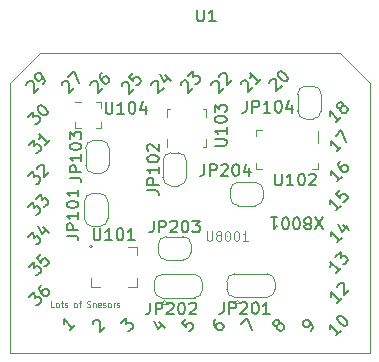
<source format=gbr>
%TF.GenerationSoftware,KiCad,Pcbnew,6.0.1*%
%TF.CreationDate,2022-02-10T21:42:36-06:00*%
%TF.ProjectId,SENSOR_SUITE,53454e53-4f52-45f5-9355-4954452e6b69,rev?*%
%TF.SameCoordinates,Original*%
%TF.FileFunction,Legend,Top*%
%TF.FilePolarity,Positive*%
%FSLAX46Y46*%
G04 Gerber Fmt 4.6, Leading zero omitted, Abs format (unit mm)*
G04 Created by KiCad (PCBNEW 6.0.1) date 2022-02-10 21:42:36*
%MOMM*%
%LPD*%
G01*
G04 APERTURE LIST*
%ADD10C,0.200000*%
%ADD11C,0.100000*%
%ADD12C,0.150000*%
%ADD13C,0.015000*%
%ADD14C,0.120000*%
G04 APERTURE END LIST*
D10*
X161625194Y-93414568D02*
X161221133Y-93818629D01*
X161423164Y-93616599D02*
X160716057Y-92909492D01*
X160749729Y-93077851D01*
X160749729Y-93212538D01*
X160716057Y-93313553D01*
X161254805Y-92505431D02*
X161254805Y-92438087D01*
X161288477Y-92337072D01*
X161456835Y-92168713D01*
X161557851Y-92135042D01*
X161625194Y-92135042D01*
X161726209Y-92168713D01*
X161793553Y-92236057D01*
X161860896Y-92370744D01*
X161860896Y-93178866D01*
X162298629Y-92741133D01*
X148451133Y-95154416D02*
X148114416Y-95491133D01*
X148417461Y-95861522D01*
X148417461Y-95794179D01*
X148451133Y-95693164D01*
X148619492Y-95524805D01*
X148720507Y-95491133D01*
X148787851Y-95491133D01*
X148888866Y-95524805D01*
X149057225Y-95693164D01*
X149090896Y-95794179D01*
X149090896Y-95861522D01*
X149057225Y-95962538D01*
X148888866Y-96130896D01*
X148787851Y-96164568D01*
X148720507Y-96164568D01*
X137931370Y-75388866D02*
X137931370Y-75321522D01*
X137965042Y-75220507D01*
X138133400Y-75052148D01*
X138234416Y-75018477D01*
X138301759Y-75018477D01*
X138402774Y-75052148D01*
X138470118Y-75119492D01*
X138537461Y-75254179D01*
X138537461Y-76062301D01*
X138975194Y-75624568D01*
X138503790Y-74681759D02*
X138975194Y-74210355D01*
X139379255Y-75220507D01*
X135140355Y-80465194D02*
X135578087Y-80027461D01*
X135611759Y-80532538D01*
X135712774Y-80431522D01*
X135813790Y-80397851D01*
X135881133Y-80397851D01*
X135982148Y-80431522D01*
X136150507Y-80599881D01*
X136184179Y-80700896D01*
X136184179Y-80768240D01*
X136150507Y-80869255D01*
X135948477Y-81071286D01*
X135847461Y-81104957D01*
X135780118Y-81104957D01*
X136958629Y-80061133D02*
X136554568Y-80465194D01*
X136756599Y-80263164D02*
X136049492Y-79556057D01*
X136083164Y-79724416D01*
X136083164Y-79859103D01*
X136049492Y-79960118D01*
X153101370Y-75328866D02*
X153101370Y-75261522D01*
X153135042Y-75160507D01*
X153303400Y-74992148D01*
X153404416Y-74958477D01*
X153471759Y-74958477D01*
X153572774Y-74992148D01*
X153640118Y-75059492D01*
X153707461Y-75194179D01*
X153707461Y-76002301D01*
X154145194Y-75564568D01*
X154818629Y-74891133D02*
X154414568Y-75295194D01*
X154616599Y-75093164D02*
X153909492Y-74386057D01*
X153943164Y-74554416D01*
X153943164Y-74689103D01*
X153909492Y-74790118D01*
X155501370Y-75228866D02*
X155501370Y-75161522D01*
X155535042Y-75060507D01*
X155703400Y-74892148D01*
X155804416Y-74858477D01*
X155871759Y-74858477D01*
X155972774Y-74892148D01*
X156040118Y-74959492D01*
X156107461Y-75094179D01*
X156107461Y-75902301D01*
X156545194Y-75464568D01*
X156275820Y-74319729D02*
X156343164Y-74252385D01*
X156444179Y-74218713D01*
X156511522Y-74218713D01*
X156612538Y-74252385D01*
X156780896Y-74353400D01*
X156949255Y-74521759D01*
X157050270Y-74690118D01*
X157083942Y-74791133D01*
X157083942Y-74858477D01*
X157050270Y-74959492D01*
X156982927Y-75026835D01*
X156881912Y-75060507D01*
X156814568Y-75060507D01*
X156713553Y-75026835D01*
X156545194Y-74925820D01*
X156376835Y-74757461D01*
X156275820Y-74589103D01*
X156242148Y-74488087D01*
X156242148Y-74420744D01*
X156275820Y-74319729D01*
X161555194Y-96164568D02*
X161151133Y-96568629D01*
X161353164Y-96366599D02*
X160646057Y-95659492D01*
X160679729Y-95827851D01*
X160679729Y-95962538D01*
X160646057Y-96063553D01*
X161285820Y-95019729D02*
X161353164Y-94952385D01*
X161454179Y-94918713D01*
X161521522Y-94918713D01*
X161622538Y-94952385D01*
X161790896Y-95053400D01*
X161959255Y-95221759D01*
X162060270Y-95390118D01*
X162093942Y-95491133D01*
X162093942Y-95558477D01*
X162060270Y-95659492D01*
X161992927Y-95726835D01*
X161891912Y-95760507D01*
X161824568Y-95760507D01*
X161723553Y-95726835D01*
X161555194Y-95625820D01*
X161386835Y-95457461D01*
X161285820Y-95289103D01*
X161252148Y-95188087D01*
X161252148Y-95120744D01*
X161285820Y-95019729D01*
X150611370Y-75378866D02*
X150611370Y-75311522D01*
X150645042Y-75210507D01*
X150813400Y-75042148D01*
X150914416Y-75008477D01*
X150981759Y-75008477D01*
X151082774Y-75042148D01*
X151150118Y-75109492D01*
X151217461Y-75244179D01*
X151217461Y-76052301D01*
X151655194Y-75614568D01*
X151284805Y-74705431D02*
X151284805Y-74638087D01*
X151318477Y-74537072D01*
X151486835Y-74368713D01*
X151587851Y-74335042D01*
X151655194Y-74335042D01*
X151756209Y-74368713D01*
X151823553Y-74436057D01*
X151890896Y-74570744D01*
X151890896Y-75378866D01*
X152328629Y-74941133D01*
X135080355Y-83115194D02*
X135518087Y-82677461D01*
X135551759Y-83182538D01*
X135652774Y-83081522D01*
X135753790Y-83047851D01*
X135821133Y-83047851D01*
X135922148Y-83081522D01*
X136090507Y-83249881D01*
X136124179Y-83350896D01*
X136124179Y-83418240D01*
X136090507Y-83519255D01*
X135888477Y-83721286D01*
X135787461Y-83754957D01*
X135720118Y-83754957D01*
X135854805Y-82475431D02*
X135854805Y-82408087D01*
X135888477Y-82307072D01*
X136056835Y-82138713D01*
X136157851Y-82105042D01*
X136225194Y-82105042D01*
X136326209Y-82138713D01*
X136393553Y-82206057D01*
X136460896Y-82340744D01*
X136460896Y-83148866D01*
X136898629Y-82711133D01*
X153147072Y-95598477D02*
X153618477Y-95127072D01*
X154022538Y-96137225D01*
X145521370Y-75388866D02*
X145521370Y-75321522D01*
X145555042Y-75220507D01*
X145723400Y-75052148D01*
X145824416Y-75018477D01*
X145891759Y-75018477D01*
X145992774Y-75052148D01*
X146060118Y-75119492D01*
X146127461Y-75254179D01*
X146127461Y-76062301D01*
X146565194Y-75624568D01*
X146699881Y-74547072D02*
X147171286Y-75018477D01*
X146262148Y-74446057D02*
X146598866Y-75119492D01*
X147036599Y-74681759D01*
X135130355Y-90785194D02*
X135568087Y-90347461D01*
X135601759Y-90852538D01*
X135702774Y-90751522D01*
X135803790Y-90717851D01*
X135871133Y-90717851D01*
X135972148Y-90751522D01*
X136140507Y-90919881D01*
X136174179Y-91020896D01*
X136174179Y-91088240D01*
X136140507Y-91189255D01*
X135938477Y-91391286D01*
X135837461Y-91424957D01*
X135770118Y-91424957D01*
X136207851Y-89707698D02*
X135871133Y-90044416D01*
X136174179Y-90414805D01*
X136174179Y-90347461D01*
X136207851Y-90246446D01*
X136376209Y-90078087D01*
X136477225Y-90044416D01*
X136544568Y-90044416D01*
X136645583Y-90078087D01*
X136813942Y-90246446D01*
X136847614Y-90347461D01*
X136847614Y-90414805D01*
X136813942Y-90515820D01*
X136645583Y-90684179D01*
X136544568Y-90717851D01*
X136477225Y-90717851D01*
X139021912Y-95707851D02*
X138617851Y-96111912D01*
X138819881Y-95909881D02*
X138112774Y-95202774D01*
X138146446Y-95371133D01*
X138146446Y-95505820D01*
X138112774Y-95606835D01*
X161565194Y-85584568D02*
X161161133Y-85988629D01*
X161363164Y-85786599D02*
X160656057Y-85079492D01*
X160689729Y-85247851D01*
X160689729Y-85382538D01*
X160656057Y-85483553D01*
X161497851Y-84237698D02*
X161161133Y-84574416D01*
X161464179Y-84944805D01*
X161464179Y-84877461D01*
X161497851Y-84776446D01*
X161666209Y-84608087D01*
X161767225Y-84574416D01*
X161834568Y-84574416D01*
X161935583Y-84608087D01*
X162103942Y-84776446D01*
X162137614Y-84877461D01*
X162137614Y-84944805D01*
X162103942Y-85045820D01*
X161935583Y-85214179D01*
X161834568Y-85247851D01*
X161767225Y-85247851D01*
X143001370Y-75468866D02*
X143001370Y-75401522D01*
X143035042Y-75300507D01*
X143203400Y-75132148D01*
X143304416Y-75098477D01*
X143371759Y-75098477D01*
X143472774Y-75132148D01*
X143540118Y-75199492D01*
X143607461Y-75334179D01*
X143607461Y-76142301D01*
X144045194Y-75704568D01*
X143977851Y-74357698D02*
X143641133Y-74694416D01*
X143944179Y-75064805D01*
X143944179Y-74997461D01*
X143977851Y-74896446D01*
X144146209Y-74728087D01*
X144247225Y-74694416D01*
X144314568Y-74694416D01*
X144415583Y-74728087D01*
X144583942Y-74896446D01*
X144617614Y-74997461D01*
X144617614Y-75064805D01*
X144583942Y-75165820D01*
X144415583Y-75334179D01*
X144314568Y-75367851D01*
X144247225Y-75367851D01*
X140548087Y-95602148D02*
X140548087Y-95534805D01*
X140581759Y-95433790D01*
X140750118Y-95265431D01*
X140851133Y-95231759D01*
X140918477Y-95231759D01*
X141019492Y-95265431D01*
X141086835Y-95332774D01*
X141154179Y-95467461D01*
X141154179Y-96275583D01*
X141591912Y-95837851D01*
X146173164Y-95473790D02*
X146644568Y-95945194D01*
X145735431Y-95372774D02*
X146072148Y-96046209D01*
X146509881Y-95608477D01*
X134941370Y-75398866D02*
X134941370Y-75331522D01*
X134975042Y-75230507D01*
X135143400Y-75062148D01*
X135244416Y-75028477D01*
X135311759Y-75028477D01*
X135412774Y-75062148D01*
X135480118Y-75129492D01*
X135547461Y-75264179D01*
X135547461Y-76072301D01*
X135985194Y-75634568D01*
X136321912Y-75297851D02*
X136456599Y-75163164D01*
X136490270Y-75062148D01*
X136490270Y-74994805D01*
X136456599Y-74826446D01*
X136355583Y-74658087D01*
X136086209Y-74388713D01*
X135985194Y-74355042D01*
X135917851Y-74355042D01*
X135816835Y-74388713D01*
X135682148Y-74523400D01*
X135648477Y-74624416D01*
X135648477Y-74691759D01*
X135682148Y-74792774D01*
X135850507Y-74961133D01*
X135951522Y-74994805D01*
X136018866Y-74994805D01*
X136119881Y-74961133D01*
X136254568Y-74826446D01*
X136288240Y-74725431D01*
X136288240Y-74658087D01*
X136254568Y-74557072D01*
X135080355Y-88235194D02*
X135518087Y-87797461D01*
X135551759Y-88302538D01*
X135652774Y-88201522D01*
X135753790Y-88167851D01*
X135821133Y-88167851D01*
X135922148Y-88201522D01*
X136090507Y-88369881D01*
X136124179Y-88470896D01*
X136124179Y-88538240D01*
X136090507Y-88639255D01*
X135888477Y-88841286D01*
X135787461Y-88874957D01*
X135720118Y-88874957D01*
X136359881Y-87427072D02*
X136831286Y-87898477D01*
X135922148Y-87326057D02*
X136258866Y-87999492D01*
X136696599Y-87561759D01*
X135080355Y-85715194D02*
X135518087Y-85277461D01*
X135551759Y-85782538D01*
X135652774Y-85681522D01*
X135753790Y-85647851D01*
X135821133Y-85647851D01*
X135922148Y-85681522D01*
X136090507Y-85849881D01*
X136124179Y-85950896D01*
X136124179Y-86018240D01*
X136090507Y-86119255D01*
X135888477Y-86321286D01*
X135787461Y-86354957D01*
X135720118Y-86354957D01*
X135753790Y-85041759D02*
X136191522Y-84604026D01*
X136225194Y-85109103D01*
X136326209Y-85008087D01*
X136427225Y-84974416D01*
X136494568Y-84974416D01*
X136595583Y-85008087D01*
X136763942Y-85176446D01*
X136797614Y-85277461D01*
X136797614Y-85344805D01*
X136763942Y-85445820D01*
X136561912Y-85647851D01*
X136460896Y-85681522D01*
X136393553Y-85681522D01*
X150967461Y-95208087D02*
X150832774Y-95342774D01*
X150799103Y-95443790D01*
X150799103Y-95511133D01*
X150832774Y-95679492D01*
X150933790Y-95847851D01*
X151203164Y-96117225D01*
X151304179Y-96150896D01*
X151371522Y-96150896D01*
X151472538Y-96117225D01*
X151607225Y-95982538D01*
X151640896Y-95881522D01*
X151640896Y-95814179D01*
X151607225Y-95713164D01*
X151438866Y-95544805D01*
X151337851Y-95511133D01*
X151270507Y-95511133D01*
X151169492Y-95544805D01*
X151034805Y-95679492D01*
X151001133Y-95780507D01*
X151001133Y-95847851D01*
X151034805Y-95948866D01*
X161575194Y-90854568D02*
X161171133Y-91258629D01*
X161373164Y-91056599D02*
X160666057Y-90349492D01*
X160699729Y-90517851D01*
X160699729Y-90652538D01*
X160666057Y-90753553D01*
X161103790Y-89911759D02*
X161541522Y-89474026D01*
X161575194Y-89979103D01*
X161676209Y-89878087D01*
X161777225Y-89844416D01*
X161844568Y-89844416D01*
X161945583Y-89878087D01*
X162113942Y-90046446D01*
X162147614Y-90147461D01*
X162147614Y-90214805D01*
X162113942Y-90315820D01*
X161911912Y-90517851D01*
X161810896Y-90551522D01*
X161743553Y-90551522D01*
X161635194Y-88294568D02*
X161231133Y-88698629D01*
X161433164Y-88496599D02*
X160726057Y-87789492D01*
X160759729Y-87957851D01*
X160759729Y-88092538D01*
X160726057Y-88193553D01*
X161769881Y-87217072D02*
X162241286Y-87688477D01*
X161332148Y-87116057D02*
X161668866Y-87789492D01*
X162106599Y-87351759D01*
X161605194Y-80594568D02*
X161201133Y-80998629D01*
X161403164Y-80796599D02*
X160696057Y-80089492D01*
X160729729Y-80257851D01*
X160729729Y-80392538D01*
X160696057Y-80493553D01*
X161133790Y-79651759D02*
X161605194Y-79180355D01*
X162009255Y-80190507D01*
X159015194Y-96174568D02*
X159149881Y-96039881D01*
X159183553Y-95938866D01*
X159183553Y-95871522D01*
X159149881Y-95703164D01*
X159048866Y-95534805D01*
X158779492Y-95265431D01*
X158678477Y-95231759D01*
X158611133Y-95231759D01*
X158510118Y-95265431D01*
X158375431Y-95400118D01*
X158341759Y-95501133D01*
X158341759Y-95568477D01*
X158375431Y-95669492D01*
X158543790Y-95837851D01*
X158644805Y-95871522D01*
X158712148Y-95871522D01*
X158813164Y-95837851D01*
X158947851Y-95703164D01*
X158981522Y-95602148D01*
X158981522Y-95534805D01*
X158947851Y-95433790D01*
X142927072Y-95548477D02*
X143364805Y-95110744D01*
X143398477Y-95615820D01*
X143499492Y-95514805D01*
X143600507Y-95481133D01*
X143667851Y-95481133D01*
X143768866Y-95514805D01*
X143937225Y-95683164D01*
X143970896Y-95784179D01*
X143970896Y-95851522D01*
X143937225Y-95952538D01*
X143735194Y-96154568D01*
X143634179Y-96188240D01*
X143566835Y-96188240D01*
X135160355Y-93355194D02*
X135598087Y-92917461D01*
X135631759Y-93422538D01*
X135732774Y-93321522D01*
X135833790Y-93287851D01*
X135901133Y-93287851D01*
X136002148Y-93321522D01*
X136170507Y-93489881D01*
X136204179Y-93590896D01*
X136204179Y-93658240D01*
X136170507Y-93759255D01*
X135968477Y-93961286D01*
X135867461Y-93994957D01*
X135800118Y-93994957D01*
X136204179Y-92311370D02*
X136069492Y-92446057D01*
X136035820Y-92547072D01*
X136035820Y-92614416D01*
X136069492Y-92782774D01*
X136170507Y-92951133D01*
X136439881Y-93220507D01*
X136540896Y-93254179D01*
X136608240Y-93254179D01*
X136709255Y-93220507D01*
X136843942Y-93085820D01*
X136877614Y-92984805D01*
X136877614Y-92917461D01*
X136843942Y-92816446D01*
X136675583Y-92648087D01*
X136574568Y-92614416D01*
X136507225Y-92614416D01*
X136406209Y-92648087D01*
X136271522Y-92782774D01*
X136237851Y-92883790D01*
X136237851Y-92951133D01*
X136271522Y-93052148D01*
X161625194Y-83124568D02*
X161221133Y-83528629D01*
X161423164Y-83326599D02*
X160716057Y-82619492D01*
X160749729Y-82787851D01*
X160749729Y-82922538D01*
X160716057Y-83023553D01*
X161524179Y-81811370D02*
X161389492Y-81946057D01*
X161355820Y-82047072D01*
X161355820Y-82114416D01*
X161389492Y-82282774D01*
X161490507Y-82451133D01*
X161759881Y-82720507D01*
X161860896Y-82754179D01*
X161928240Y-82754179D01*
X162029255Y-82720507D01*
X162163942Y-82585820D01*
X162197614Y-82484805D01*
X162197614Y-82417461D01*
X162163942Y-82316446D01*
X161995583Y-82148087D01*
X161894568Y-82114416D01*
X161827225Y-82114416D01*
X161726209Y-82148087D01*
X161591522Y-82282774D01*
X161557851Y-82383790D01*
X161557851Y-82451133D01*
X161591522Y-82552148D01*
X140361370Y-75408866D02*
X140361370Y-75341522D01*
X140395042Y-75240507D01*
X140563400Y-75072148D01*
X140664416Y-75038477D01*
X140731759Y-75038477D01*
X140832774Y-75072148D01*
X140900118Y-75139492D01*
X140967461Y-75274179D01*
X140967461Y-76082301D01*
X141405194Y-75644568D01*
X141304179Y-74331370D02*
X141169492Y-74466057D01*
X141135820Y-74567072D01*
X141135820Y-74634416D01*
X141169492Y-74802774D01*
X141270507Y-74971133D01*
X141539881Y-75240507D01*
X141640896Y-75274179D01*
X141708240Y-75274179D01*
X141809255Y-75240507D01*
X141943942Y-75105820D01*
X141977614Y-75004805D01*
X141977614Y-74937461D01*
X141943942Y-74836446D01*
X141775583Y-74668087D01*
X141674568Y-74634416D01*
X141607225Y-74634416D01*
X141506209Y-74668087D01*
X141371522Y-74802774D01*
X141337851Y-74903790D01*
X141337851Y-74971133D01*
X141371522Y-75072148D01*
X135060355Y-78055194D02*
X135498087Y-77617461D01*
X135531759Y-78122538D01*
X135632774Y-78021522D01*
X135733790Y-77987851D01*
X135801133Y-77987851D01*
X135902148Y-78021522D01*
X136070507Y-78189881D01*
X136104179Y-78290896D01*
X136104179Y-78358240D01*
X136070507Y-78459255D01*
X135868477Y-78661286D01*
X135767461Y-78694957D01*
X135700118Y-78694957D01*
X135935820Y-77179729D02*
X136003164Y-77112385D01*
X136104179Y-77078713D01*
X136171522Y-77078713D01*
X136272538Y-77112385D01*
X136440896Y-77213400D01*
X136609255Y-77381759D01*
X136710270Y-77550118D01*
X136743942Y-77651133D01*
X136743942Y-77718477D01*
X136710270Y-77819492D01*
X136642927Y-77886835D01*
X136541912Y-77920507D01*
X136474568Y-77920507D01*
X136373553Y-77886835D01*
X136205194Y-77785820D01*
X136036835Y-77617461D01*
X135935820Y-77449103D01*
X135902148Y-77348087D01*
X135902148Y-77280744D01*
X135935820Y-77179729D01*
D11*
X137299047Y-94176190D02*
X137060952Y-94176190D01*
X137060952Y-93676190D01*
X137537142Y-94176190D02*
X137489523Y-94152380D01*
X137465714Y-94128571D01*
X137441904Y-94080952D01*
X137441904Y-93938095D01*
X137465714Y-93890476D01*
X137489523Y-93866666D01*
X137537142Y-93842857D01*
X137608571Y-93842857D01*
X137656190Y-93866666D01*
X137680000Y-93890476D01*
X137703809Y-93938095D01*
X137703809Y-94080952D01*
X137680000Y-94128571D01*
X137656190Y-94152380D01*
X137608571Y-94176190D01*
X137537142Y-94176190D01*
X137846666Y-93842857D02*
X138037142Y-93842857D01*
X137918095Y-93676190D02*
X137918095Y-94104761D01*
X137941904Y-94152380D01*
X137989523Y-94176190D01*
X138037142Y-94176190D01*
X138180000Y-94152380D02*
X138227619Y-94176190D01*
X138322857Y-94176190D01*
X138370476Y-94152380D01*
X138394285Y-94104761D01*
X138394285Y-94080952D01*
X138370476Y-94033333D01*
X138322857Y-94009523D01*
X138251428Y-94009523D01*
X138203809Y-93985714D01*
X138180000Y-93938095D01*
X138180000Y-93914285D01*
X138203809Y-93866666D01*
X138251428Y-93842857D01*
X138322857Y-93842857D01*
X138370476Y-93866666D01*
X139060952Y-94176190D02*
X139013333Y-94152380D01*
X138989523Y-94128571D01*
X138965714Y-94080952D01*
X138965714Y-93938095D01*
X138989523Y-93890476D01*
X139013333Y-93866666D01*
X139060952Y-93842857D01*
X139132380Y-93842857D01*
X139180000Y-93866666D01*
X139203809Y-93890476D01*
X139227619Y-93938095D01*
X139227619Y-94080952D01*
X139203809Y-94128571D01*
X139180000Y-94152380D01*
X139132380Y-94176190D01*
X139060952Y-94176190D01*
X139370476Y-93842857D02*
X139560952Y-93842857D01*
X139441904Y-94176190D02*
X139441904Y-93747619D01*
X139465714Y-93700000D01*
X139513333Y-93676190D01*
X139560952Y-93676190D01*
X140084761Y-94152380D02*
X140156190Y-94176190D01*
X140275238Y-94176190D01*
X140322857Y-94152380D01*
X140346666Y-94128571D01*
X140370476Y-94080952D01*
X140370476Y-94033333D01*
X140346666Y-93985714D01*
X140322857Y-93961904D01*
X140275238Y-93938095D01*
X140180000Y-93914285D01*
X140132380Y-93890476D01*
X140108571Y-93866666D01*
X140084761Y-93819047D01*
X140084761Y-93771428D01*
X140108571Y-93723809D01*
X140132380Y-93700000D01*
X140180000Y-93676190D01*
X140299047Y-93676190D01*
X140370476Y-93700000D01*
X140584761Y-93842857D02*
X140584761Y-94176190D01*
X140584761Y-93890476D02*
X140608571Y-93866666D01*
X140656190Y-93842857D01*
X140727619Y-93842857D01*
X140775238Y-93866666D01*
X140799047Y-93914285D01*
X140799047Y-94176190D01*
X141227619Y-94152380D02*
X141180000Y-94176190D01*
X141084761Y-94176190D01*
X141037142Y-94152380D01*
X141013333Y-94104761D01*
X141013333Y-93914285D01*
X141037142Y-93866666D01*
X141084761Y-93842857D01*
X141180000Y-93842857D01*
X141227619Y-93866666D01*
X141251428Y-93914285D01*
X141251428Y-93961904D01*
X141013333Y-94009523D01*
X141441904Y-94152380D02*
X141489523Y-94176190D01*
X141584761Y-94176190D01*
X141632380Y-94152380D01*
X141656190Y-94104761D01*
X141656190Y-94080952D01*
X141632380Y-94033333D01*
X141584761Y-94009523D01*
X141513333Y-94009523D01*
X141465714Y-93985714D01*
X141441904Y-93938095D01*
X141441904Y-93914285D01*
X141465714Y-93866666D01*
X141513333Y-93842857D01*
X141584761Y-93842857D01*
X141632380Y-93866666D01*
X141941904Y-94176190D02*
X141894285Y-94152380D01*
X141870476Y-94128571D01*
X141846666Y-94080952D01*
X141846666Y-93938095D01*
X141870476Y-93890476D01*
X141894285Y-93866666D01*
X141941904Y-93842857D01*
X142013333Y-93842857D01*
X142060952Y-93866666D01*
X142084761Y-93890476D01*
X142108571Y-93938095D01*
X142108571Y-94080952D01*
X142084761Y-94128571D01*
X142060952Y-94152380D01*
X142013333Y-94176190D01*
X141941904Y-94176190D01*
X142322857Y-94176190D02*
X142322857Y-93842857D01*
X142322857Y-93938095D02*
X142346666Y-93890476D01*
X142370476Y-93866666D01*
X142418095Y-93842857D01*
X142465714Y-93842857D01*
X142608571Y-94152380D02*
X142656190Y-94176190D01*
X142751428Y-94176190D01*
X142799047Y-94152380D01*
X142822857Y-94104761D01*
X142822857Y-94080952D01*
X142799047Y-94033333D01*
X142751428Y-94009523D01*
X142680000Y-94009523D01*
X142632380Y-93985714D01*
X142608571Y-93938095D01*
X142608571Y-93914285D01*
X142632380Y-93866666D01*
X142680000Y-93842857D01*
X142751428Y-93842857D01*
X142799047Y-93866666D01*
D10*
X156178477Y-95733164D02*
X156077461Y-95766835D01*
X156010118Y-95766835D01*
X155909103Y-95733164D01*
X155875431Y-95699492D01*
X155841759Y-95598477D01*
X155841759Y-95531133D01*
X155875431Y-95430118D01*
X156010118Y-95295431D01*
X156111133Y-95261759D01*
X156178477Y-95261759D01*
X156279492Y-95295431D01*
X156313164Y-95329103D01*
X156346835Y-95430118D01*
X156346835Y-95497461D01*
X156313164Y-95598477D01*
X156178477Y-95733164D01*
X156144805Y-95834179D01*
X156144805Y-95901522D01*
X156178477Y-96002538D01*
X156313164Y-96137225D01*
X156414179Y-96170896D01*
X156481522Y-96170896D01*
X156582538Y-96137225D01*
X156717225Y-96002538D01*
X156750896Y-95901522D01*
X156750896Y-95834179D01*
X156717225Y-95733164D01*
X156582538Y-95598477D01*
X156481522Y-95564805D01*
X156414179Y-95564805D01*
X156313164Y-95598477D01*
X148041370Y-75348866D02*
X148041370Y-75281522D01*
X148075042Y-75180507D01*
X148243400Y-75012148D01*
X148344416Y-74978477D01*
X148411759Y-74978477D01*
X148512774Y-75012148D01*
X148580118Y-75079492D01*
X148647461Y-75214179D01*
X148647461Y-76022301D01*
X149085194Y-75584568D01*
X148613790Y-74641759D02*
X149051522Y-74204026D01*
X149085194Y-74709103D01*
X149186209Y-74608087D01*
X149287225Y-74574416D01*
X149354568Y-74574416D01*
X149455583Y-74608087D01*
X149623942Y-74776446D01*
X149657614Y-74877461D01*
X149657614Y-74944805D01*
X149623942Y-75045820D01*
X149421912Y-75247851D01*
X149320896Y-75281522D01*
X149253553Y-75281522D01*
X161565194Y-78114568D02*
X161161133Y-78518629D01*
X161363164Y-78316599D02*
X160656057Y-77609492D01*
X160689729Y-77777851D01*
X160689729Y-77912538D01*
X160656057Y-78013553D01*
X161565194Y-77306446D02*
X161464179Y-77340118D01*
X161396835Y-77340118D01*
X161295820Y-77306446D01*
X161262148Y-77272774D01*
X161228477Y-77171759D01*
X161228477Y-77104416D01*
X161262148Y-77003400D01*
X161396835Y-76868713D01*
X161497851Y-76835042D01*
X161565194Y-76835042D01*
X161666209Y-76868713D01*
X161699881Y-76902385D01*
X161733553Y-77003400D01*
X161733553Y-77070744D01*
X161699881Y-77171759D01*
X161565194Y-77306446D01*
X161531522Y-77407461D01*
X161531522Y-77474805D01*
X161565194Y-77575820D01*
X161699881Y-77710507D01*
X161800896Y-77744179D01*
X161868240Y-77744179D01*
X161969255Y-77710507D01*
X162103942Y-77575820D01*
X162137614Y-77474805D01*
X162137614Y-77407461D01*
X162103942Y-77306446D01*
X161969255Y-77171759D01*
X161868240Y-77138087D01*
X161800896Y-77138087D01*
X161699881Y-77171759D01*
D12*
%TO.C,JP102*%
X145152380Y-84285714D02*
X145866666Y-84285714D01*
X146009523Y-84333333D01*
X146104761Y-84428571D01*
X146152380Y-84571428D01*
X146152380Y-84666666D01*
X146152380Y-83809523D02*
X145152380Y-83809523D01*
X145152380Y-83428571D01*
X145200000Y-83333333D01*
X145247619Y-83285714D01*
X145342857Y-83238095D01*
X145485714Y-83238095D01*
X145580952Y-83285714D01*
X145628571Y-83333333D01*
X145676190Y-83428571D01*
X145676190Y-83809523D01*
X146152380Y-82285714D02*
X146152380Y-82857142D01*
X146152380Y-82571428D02*
X145152380Y-82571428D01*
X145295238Y-82666666D01*
X145390476Y-82761904D01*
X145438095Y-82857142D01*
X145152380Y-81666666D02*
X145152380Y-81571428D01*
X145200000Y-81476190D01*
X145247619Y-81428571D01*
X145342857Y-81380952D01*
X145533333Y-81333333D01*
X145771428Y-81333333D01*
X145961904Y-81380952D01*
X146057142Y-81428571D01*
X146104761Y-81476190D01*
X146152380Y-81571428D01*
X146152380Y-81666666D01*
X146104761Y-81761904D01*
X146057142Y-81809523D01*
X145961904Y-81857142D01*
X145771428Y-81904761D01*
X145533333Y-81904761D01*
X145342857Y-81857142D01*
X145247619Y-81809523D01*
X145200000Y-81761904D01*
X145152380Y-81666666D01*
X145247619Y-80952380D02*
X145200000Y-80904761D01*
X145152380Y-80809523D01*
X145152380Y-80571428D01*
X145200000Y-80476190D01*
X145247619Y-80428571D01*
X145342857Y-80380952D01*
X145438095Y-80380952D01*
X145580952Y-80428571D01*
X146152380Y-81000000D01*
X146152380Y-80380952D01*
%TO.C,U101*%
X140635714Y-87502380D02*
X140635714Y-88311904D01*
X140683333Y-88407142D01*
X140730952Y-88454761D01*
X140826190Y-88502380D01*
X141016666Y-88502380D01*
X141111904Y-88454761D01*
X141159523Y-88407142D01*
X141207142Y-88311904D01*
X141207142Y-87502380D01*
X142207142Y-88502380D02*
X141635714Y-88502380D01*
X141921428Y-88502380D02*
X141921428Y-87502380D01*
X141826190Y-87645238D01*
X141730952Y-87740476D01*
X141635714Y-87788095D01*
X142826190Y-87502380D02*
X142921428Y-87502380D01*
X143016666Y-87550000D01*
X143064285Y-87597619D01*
X143111904Y-87692857D01*
X143159523Y-87883333D01*
X143159523Y-88121428D01*
X143111904Y-88311904D01*
X143064285Y-88407142D01*
X143016666Y-88454761D01*
X142921428Y-88502380D01*
X142826190Y-88502380D01*
X142730952Y-88454761D01*
X142683333Y-88407142D01*
X142635714Y-88311904D01*
X142588095Y-88121428D01*
X142588095Y-87883333D01*
X142635714Y-87692857D01*
X142683333Y-87597619D01*
X142730952Y-87550000D01*
X142826190Y-87502380D01*
X144111904Y-88502380D02*
X143540476Y-88502380D01*
X143826190Y-88502380D02*
X143826190Y-87502380D01*
X143730952Y-87645238D01*
X143635714Y-87740476D01*
X143540476Y-87788095D01*
%TO.C,JP104*%
X153604285Y-76702380D02*
X153604285Y-77416666D01*
X153556666Y-77559523D01*
X153461428Y-77654761D01*
X153318571Y-77702380D01*
X153223333Y-77702380D01*
X154080476Y-77702380D02*
X154080476Y-76702380D01*
X154461428Y-76702380D01*
X154556666Y-76750000D01*
X154604285Y-76797619D01*
X154651904Y-76892857D01*
X154651904Y-77035714D01*
X154604285Y-77130952D01*
X154556666Y-77178571D01*
X154461428Y-77226190D01*
X154080476Y-77226190D01*
X155604285Y-77702380D02*
X155032857Y-77702380D01*
X155318571Y-77702380D02*
X155318571Y-76702380D01*
X155223333Y-76845238D01*
X155128095Y-76940476D01*
X155032857Y-76988095D01*
X156223333Y-76702380D02*
X156318571Y-76702380D01*
X156413809Y-76750000D01*
X156461428Y-76797619D01*
X156509047Y-76892857D01*
X156556666Y-77083333D01*
X156556666Y-77321428D01*
X156509047Y-77511904D01*
X156461428Y-77607142D01*
X156413809Y-77654761D01*
X156318571Y-77702380D01*
X156223333Y-77702380D01*
X156128095Y-77654761D01*
X156080476Y-77607142D01*
X156032857Y-77511904D01*
X155985238Y-77321428D01*
X155985238Y-77083333D01*
X156032857Y-76892857D01*
X156080476Y-76797619D01*
X156128095Y-76750000D01*
X156223333Y-76702380D01*
X157413809Y-77035714D02*
X157413809Y-77702380D01*
X157175714Y-76654761D02*
X156937619Y-77369047D01*
X157556666Y-77369047D01*
%TO.C,JP101*%
X138342380Y-88145714D02*
X139056666Y-88145714D01*
X139199523Y-88193333D01*
X139294761Y-88288571D01*
X139342380Y-88431428D01*
X139342380Y-88526666D01*
X139342380Y-87669523D02*
X138342380Y-87669523D01*
X138342380Y-87288571D01*
X138390000Y-87193333D01*
X138437619Y-87145714D01*
X138532857Y-87098095D01*
X138675714Y-87098095D01*
X138770952Y-87145714D01*
X138818571Y-87193333D01*
X138866190Y-87288571D01*
X138866190Y-87669523D01*
X139342380Y-86145714D02*
X139342380Y-86717142D01*
X139342380Y-86431428D02*
X138342380Y-86431428D01*
X138485238Y-86526666D01*
X138580476Y-86621904D01*
X138628095Y-86717142D01*
X138342380Y-85526666D02*
X138342380Y-85431428D01*
X138390000Y-85336190D01*
X138437619Y-85288571D01*
X138532857Y-85240952D01*
X138723333Y-85193333D01*
X138961428Y-85193333D01*
X139151904Y-85240952D01*
X139247142Y-85288571D01*
X139294761Y-85336190D01*
X139342380Y-85431428D01*
X139342380Y-85526666D01*
X139294761Y-85621904D01*
X139247142Y-85669523D01*
X139151904Y-85717142D01*
X138961428Y-85764761D01*
X138723333Y-85764761D01*
X138532857Y-85717142D01*
X138437619Y-85669523D01*
X138390000Y-85621904D01*
X138342380Y-85526666D01*
X139342380Y-84240952D02*
X139342380Y-84812380D01*
X139342380Y-84526666D02*
X138342380Y-84526666D01*
X138485238Y-84621904D01*
X138580476Y-84717142D01*
X138628095Y-84812380D01*
%TO.C,U102*%
X155985714Y-82872380D02*
X155985714Y-83681904D01*
X156033333Y-83777142D01*
X156080952Y-83824761D01*
X156176190Y-83872380D01*
X156366666Y-83872380D01*
X156461904Y-83824761D01*
X156509523Y-83777142D01*
X156557142Y-83681904D01*
X156557142Y-82872380D01*
X157557142Y-83872380D02*
X156985714Y-83872380D01*
X157271428Y-83872380D02*
X157271428Y-82872380D01*
X157176190Y-83015238D01*
X157080952Y-83110476D01*
X156985714Y-83158095D01*
X158176190Y-82872380D02*
X158271428Y-82872380D01*
X158366666Y-82920000D01*
X158414285Y-82967619D01*
X158461904Y-83062857D01*
X158509523Y-83253333D01*
X158509523Y-83491428D01*
X158461904Y-83681904D01*
X158414285Y-83777142D01*
X158366666Y-83824761D01*
X158271428Y-83872380D01*
X158176190Y-83872380D01*
X158080952Y-83824761D01*
X158033333Y-83777142D01*
X157985714Y-83681904D01*
X157938095Y-83491428D01*
X157938095Y-83253333D01*
X157985714Y-83062857D01*
X158033333Y-82967619D01*
X158080952Y-82920000D01*
X158176190Y-82872380D01*
X158890476Y-82967619D02*
X158938095Y-82920000D01*
X159033333Y-82872380D01*
X159271428Y-82872380D01*
X159366666Y-82920000D01*
X159414285Y-82967619D01*
X159461904Y-83062857D01*
X159461904Y-83158095D01*
X159414285Y-83300952D01*
X158842857Y-83872380D01*
X159461904Y-83872380D01*
%TO.C,U1*%
X149393095Y-68987380D02*
X149393095Y-69796904D01*
X149440714Y-69892142D01*
X149488333Y-69939761D01*
X149583571Y-69987380D01*
X149774047Y-69987380D01*
X149869285Y-69939761D01*
X149916904Y-69892142D01*
X149964523Y-69796904D01*
X149964523Y-68987380D01*
X150964523Y-69987380D02*
X150393095Y-69987380D01*
X150678809Y-69987380D02*
X150678809Y-68987380D01*
X150583571Y-69130238D01*
X150488333Y-69225476D01*
X150393095Y-69273095D01*
%TO.C,U103*%
X150892380Y-80514285D02*
X151701904Y-80514285D01*
X151797142Y-80466666D01*
X151844761Y-80419047D01*
X151892380Y-80323809D01*
X151892380Y-80133333D01*
X151844761Y-80038095D01*
X151797142Y-79990476D01*
X151701904Y-79942857D01*
X150892380Y-79942857D01*
X151892380Y-78942857D02*
X151892380Y-79514285D01*
X151892380Y-79228571D02*
X150892380Y-79228571D01*
X151035238Y-79323809D01*
X151130476Y-79419047D01*
X151178095Y-79514285D01*
X150892380Y-78323809D02*
X150892380Y-78228571D01*
X150940000Y-78133333D01*
X150987619Y-78085714D01*
X151082857Y-78038095D01*
X151273333Y-77990476D01*
X151511428Y-77990476D01*
X151701904Y-78038095D01*
X151797142Y-78085714D01*
X151844761Y-78133333D01*
X151892380Y-78228571D01*
X151892380Y-78323809D01*
X151844761Y-78419047D01*
X151797142Y-78466666D01*
X151701904Y-78514285D01*
X151511428Y-78561904D01*
X151273333Y-78561904D01*
X151082857Y-78514285D01*
X150987619Y-78466666D01*
X150940000Y-78419047D01*
X150892380Y-78323809D01*
X150892380Y-77657142D02*
X150892380Y-77038095D01*
X151273333Y-77371428D01*
X151273333Y-77228571D01*
X151320952Y-77133333D01*
X151368571Y-77085714D01*
X151463809Y-77038095D01*
X151701904Y-77038095D01*
X151797142Y-77085714D01*
X151844761Y-77133333D01*
X151892380Y-77228571D01*
X151892380Y-77514285D01*
X151844761Y-77609523D01*
X151797142Y-77657142D01*
%TO.C,JP103*%
X138602380Y-83235714D02*
X139316666Y-83235714D01*
X139459523Y-83283333D01*
X139554761Y-83378571D01*
X139602380Y-83521428D01*
X139602380Y-83616666D01*
X139602380Y-82759523D02*
X138602380Y-82759523D01*
X138602380Y-82378571D01*
X138650000Y-82283333D01*
X138697619Y-82235714D01*
X138792857Y-82188095D01*
X138935714Y-82188095D01*
X139030952Y-82235714D01*
X139078571Y-82283333D01*
X139126190Y-82378571D01*
X139126190Y-82759523D01*
X139602380Y-81235714D02*
X139602380Y-81807142D01*
X139602380Y-81521428D02*
X138602380Y-81521428D01*
X138745238Y-81616666D01*
X138840476Y-81711904D01*
X138888095Y-81807142D01*
X138602380Y-80616666D02*
X138602380Y-80521428D01*
X138650000Y-80426190D01*
X138697619Y-80378571D01*
X138792857Y-80330952D01*
X138983333Y-80283333D01*
X139221428Y-80283333D01*
X139411904Y-80330952D01*
X139507142Y-80378571D01*
X139554761Y-80426190D01*
X139602380Y-80521428D01*
X139602380Y-80616666D01*
X139554761Y-80711904D01*
X139507142Y-80759523D01*
X139411904Y-80807142D01*
X139221428Y-80854761D01*
X138983333Y-80854761D01*
X138792857Y-80807142D01*
X138697619Y-80759523D01*
X138650000Y-80711904D01*
X138602380Y-80616666D01*
X138602380Y-79950000D02*
X138602380Y-79330952D01*
X138983333Y-79664285D01*
X138983333Y-79521428D01*
X139030952Y-79426190D01*
X139078571Y-79378571D01*
X139173809Y-79330952D01*
X139411904Y-79330952D01*
X139507142Y-79378571D01*
X139554761Y-79426190D01*
X139602380Y-79521428D01*
X139602380Y-79807142D01*
X139554761Y-79902380D01*
X139507142Y-79950000D01*
%TO.C,JP203*%
X145714285Y-86852380D02*
X145714285Y-87566666D01*
X145666666Y-87709523D01*
X145571428Y-87804761D01*
X145428571Y-87852380D01*
X145333333Y-87852380D01*
X146190476Y-87852380D02*
X146190476Y-86852380D01*
X146571428Y-86852380D01*
X146666666Y-86900000D01*
X146714285Y-86947619D01*
X146761904Y-87042857D01*
X146761904Y-87185714D01*
X146714285Y-87280952D01*
X146666666Y-87328571D01*
X146571428Y-87376190D01*
X146190476Y-87376190D01*
X147142857Y-86947619D02*
X147190476Y-86900000D01*
X147285714Y-86852380D01*
X147523809Y-86852380D01*
X147619047Y-86900000D01*
X147666666Y-86947619D01*
X147714285Y-87042857D01*
X147714285Y-87138095D01*
X147666666Y-87280952D01*
X147095238Y-87852380D01*
X147714285Y-87852380D01*
X148333333Y-86852380D02*
X148428571Y-86852380D01*
X148523809Y-86900000D01*
X148571428Y-86947619D01*
X148619047Y-87042857D01*
X148666666Y-87233333D01*
X148666666Y-87471428D01*
X148619047Y-87661904D01*
X148571428Y-87757142D01*
X148523809Y-87804761D01*
X148428571Y-87852380D01*
X148333333Y-87852380D01*
X148238095Y-87804761D01*
X148190476Y-87757142D01*
X148142857Y-87661904D01*
X148095238Y-87471428D01*
X148095238Y-87233333D01*
X148142857Y-87042857D01*
X148190476Y-86947619D01*
X148238095Y-86900000D01*
X148333333Y-86852380D01*
X149000000Y-86852380D02*
X149619047Y-86852380D01*
X149285714Y-87233333D01*
X149428571Y-87233333D01*
X149523809Y-87280952D01*
X149571428Y-87328571D01*
X149619047Y-87423809D01*
X149619047Y-87661904D01*
X149571428Y-87757142D01*
X149523809Y-87804761D01*
X149428571Y-87852380D01*
X149142857Y-87852380D01*
X149047619Y-87804761D01*
X149000000Y-87757142D01*
%TO.C,JP204*%
X150004285Y-82072380D02*
X150004285Y-82786666D01*
X149956666Y-82929523D01*
X149861428Y-83024761D01*
X149718571Y-83072380D01*
X149623333Y-83072380D01*
X150480476Y-83072380D02*
X150480476Y-82072380D01*
X150861428Y-82072380D01*
X150956666Y-82120000D01*
X151004285Y-82167619D01*
X151051904Y-82262857D01*
X151051904Y-82405714D01*
X151004285Y-82500952D01*
X150956666Y-82548571D01*
X150861428Y-82596190D01*
X150480476Y-82596190D01*
X151432857Y-82167619D02*
X151480476Y-82120000D01*
X151575714Y-82072380D01*
X151813809Y-82072380D01*
X151909047Y-82120000D01*
X151956666Y-82167619D01*
X152004285Y-82262857D01*
X152004285Y-82358095D01*
X151956666Y-82500952D01*
X151385238Y-83072380D01*
X152004285Y-83072380D01*
X152623333Y-82072380D02*
X152718571Y-82072380D01*
X152813809Y-82120000D01*
X152861428Y-82167619D01*
X152909047Y-82262857D01*
X152956666Y-82453333D01*
X152956666Y-82691428D01*
X152909047Y-82881904D01*
X152861428Y-82977142D01*
X152813809Y-83024761D01*
X152718571Y-83072380D01*
X152623333Y-83072380D01*
X152528095Y-83024761D01*
X152480476Y-82977142D01*
X152432857Y-82881904D01*
X152385238Y-82691428D01*
X152385238Y-82453333D01*
X152432857Y-82262857D01*
X152480476Y-82167619D01*
X152528095Y-82120000D01*
X152623333Y-82072380D01*
X153813809Y-82405714D02*
X153813809Y-83072380D01*
X153575714Y-82024761D02*
X153337619Y-82739047D01*
X153956666Y-82739047D01*
D13*
%TO.C,U8001*%
X150225214Y-87768803D02*
X150225214Y-88406224D01*
X150262710Y-88481215D01*
X150300205Y-88518710D01*
X150375196Y-88556205D01*
X150525177Y-88556205D01*
X150600168Y-88518710D01*
X150637663Y-88481215D01*
X150675158Y-88406224D01*
X150675158Y-87768803D01*
X151162598Y-88106261D02*
X151087607Y-88068766D01*
X151050112Y-88031271D01*
X151012616Y-87956280D01*
X151012616Y-87918785D01*
X151050112Y-87843794D01*
X151087607Y-87806299D01*
X151162598Y-87768803D01*
X151312579Y-87768803D01*
X151387570Y-87806299D01*
X151425065Y-87843794D01*
X151462560Y-87918785D01*
X151462560Y-87956280D01*
X151425065Y-88031271D01*
X151387570Y-88068766D01*
X151312579Y-88106261D01*
X151162598Y-88106261D01*
X151087607Y-88143757D01*
X151050112Y-88181252D01*
X151012616Y-88256243D01*
X151012616Y-88406224D01*
X151050112Y-88481215D01*
X151087607Y-88518710D01*
X151162598Y-88556205D01*
X151312579Y-88556205D01*
X151387570Y-88518710D01*
X151425065Y-88481215D01*
X151462560Y-88406224D01*
X151462560Y-88256243D01*
X151425065Y-88181252D01*
X151387570Y-88143757D01*
X151312579Y-88106261D01*
X151950000Y-87768803D02*
X152024990Y-87768803D01*
X152099981Y-87806299D01*
X152137476Y-87843794D01*
X152174972Y-87918785D01*
X152212467Y-88068766D01*
X152212467Y-88256243D01*
X152174972Y-88406224D01*
X152137476Y-88481215D01*
X152099981Y-88518710D01*
X152024990Y-88556205D01*
X151950000Y-88556205D01*
X151875009Y-88518710D01*
X151837514Y-88481215D01*
X151800018Y-88406224D01*
X151762523Y-88256243D01*
X151762523Y-88068766D01*
X151800018Y-87918785D01*
X151837514Y-87843794D01*
X151875009Y-87806299D01*
X151950000Y-87768803D01*
X152699906Y-87768803D02*
X152774897Y-87768803D01*
X152849888Y-87806299D01*
X152887383Y-87843794D01*
X152924878Y-87918785D01*
X152962374Y-88068766D01*
X152962374Y-88256243D01*
X152924878Y-88406224D01*
X152887383Y-88481215D01*
X152849888Y-88518710D01*
X152774897Y-88556205D01*
X152699906Y-88556205D01*
X152624916Y-88518710D01*
X152587420Y-88481215D01*
X152549925Y-88406224D01*
X152512430Y-88256243D01*
X152512430Y-88068766D01*
X152549925Y-87918785D01*
X152587420Y-87843794D01*
X152624916Y-87806299D01*
X152699906Y-87768803D01*
X153712280Y-88556205D02*
X153262336Y-88556205D01*
X153487308Y-88556205D02*
X153487308Y-87768803D01*
X153412318Y-87881289D01*
X153337327Y-87956280D01*
X153262336Y-87993775D01*
D12*
%TO.C,JP202*%
X145414285Y-93802380D02*
X145414285Y-94516666D01*
X145366666Y-94659523D01*
X145271428Y-94754761D01*
X145128571Y-94802380D01*
X145033333Y-94802380D01*
X145890476Y-94802380D02*
X145890476Y-93802380D01*
X146271428Y-93802380D01*
X146366666Y-93850000D01*
X146414285Y-93897619D01*
X146461904Y-93992857D01*
X146461904Y-94135714D01*
X146414285Y-94230952D01*
X146366666Y-94278571D01*
X146271428Y-94326190D01*
X145890476Y-94326190D01*
X146842857Y-93897619D02*
X146890476Y-93850000D01*
X146985714Y-93802380D01*
X147223809Y-93802380D01*
X147319047Y-93850000D01*
X147366666Y-93897619D01*
X147414285Y-93992857D01*
X147414285Y-94088095D01*
X147366666Y-94230952D01*
X146795238Y-94802380D01*
X147414285Y-94802380D01*
X148033333Y-93802380D02*
X148128571Y-93802380D01*
X148223809Y-93850000D01*
X148271428Y-93897619D01*
X148319047Y-93992857D01*
X148366666Y-94183333D01*
X148366666Y-94421428D01*
X148319047Y-94611904D01*
X148271428Y-94707142D01*
X148223809Y-94754761D01*
X148128571Y-94802380D01*
X148033333Y-94802380D01*
X147938095Y-94754761D01*
X147890476Y-94707142D01*
X147842857Y-94611904D01*
X147795238Y-94421428D01*
X147795238Y-94183333D01*
X147842857Y-93992857D01*
X147890476Y-93897619D01*
X147938095Y-93850000D01*
X148033333Y-93802380D01*
X148747619Y-93897619D02*
X148795238Y-93850000D01*
X148890476Y-93802380D01*
X149128571Y-93802380D01*
X149223809Y-93850000D01*
X149271428Y-93897619D01*
X149319047Y-93992857D01*
X149319047Y-94088095D01*
X149271428Y-94230952D01*
X148700000Y-94802380D01*
X149319047Y-94802380D01*
%TO.C,U104*%
X141655714Y-76802380D02*
X141655714Y-77611904D01*
X141703333Y-77707142D01*
X141750952Y-77754761D01*
X141846190Y-77802380D01*
X142036666Y-77802380D01*
X142131904Y-77754761D01*
X142179523Y-77707142D01*
X142227142Y-77611904D01*
X142227142Y-76802380D01*
X143227142Y-77802380D02*
X142655714Y-77802380D01*
X142941428Y-77802380D02*
X142941428Y-76802380D01*
X142846190Y-76945238D01*
X142750952Y-77040476D01*
X142655714Y-77088095D01*
X143846190Y-76802380D02*
X143941428Y-76802380D01*
X144036666Y-76850000D01*
X144084285Y-76897619D01*
X144131904Y-76992857D01*
X144179523Y-77183333D01*
X144179523Y-77421428D01*
X144131904Y-77611904D01*
X144084285Y-77707142D01*
X144036666Y-77754761D01*
X143941428Y-77802380D01*
X143846190Y-77802380D01*
X143750952Y-77754761D01*
X143703333Y-77707142D01*
X143655714Y-77611904D01*
X143608095Y-77421428D01*
X143608095Y-77183333D01*
X143655714Y-76992857D01*
X143703333Y-76897619D01*
X143750952Y-76850000D01*
X143846190Y-76802380D01*
X145036666Y-77135714D02*
X145036666Y-77802380D01*
X144798571Y-76754761D02*
X144560476Y-77469047D01*
X145179523Y-77469047D01*
%TO.C,JP201*%
X151654285Y-93762380D02*
X151654285Y-94476666D01*
X151606666Y-94619523D01*
X151511428Y-94714761D01*
X151368571Y-94762380D01*
X151273333Y-94762380D01*
X152130476Y-94762380D02*
X152130476Y-93762380D01*
X152511428Y-93762380D01*
X152606666Y-93810000D01*
X152654285Y-93857619D01*
X152701904Y-93952857D01*
X152701904Y-94095714D01*
X152654285Y-94190952D01*
X152606666Y-94238571D01*
X152511428Y-94286190D01*
X152130476Y-94286190D01*
X153082857Y-93857619D02*
X153130476Y-93810000D01*
X153225714Y-93762380D01*
X153463809Y-93762380D01*
X153559047Y-93810000D01*
X153606666Y-93857619D01*
X153654285Y-93952857D01*
X153654285Y-94048095D01*
X153606666Y-94190952D01*
X153035238Y-94762380D01*
X153654285Y-94762380D01*
X154273333Y-93762380D02*
X154368571Y-93762380D01*
X154463809Y-93810000D01*
X154511428Y-93857619D01*
X154559047Y-93952857D01*
X154606666Y-94143333D01*
X154606666Y-94381428D01*
X154559047Y-94571904D01*
X154511428Y-94667142D01*
X154463809Y-94714761D01*
X154368571Y-94762380D01*
X154273333Y-94762380D01*
X154178095Y-94714761D01*
X154130476Y-94667142D01*
X154082857Y-94571904D01*
X154035238Y-94381428D01*
X154035238Y-94143333D01*
X154082857Y-93952857D01*
X154130476Y-93857619D01*
X154178095Y-93810000D01*
X154273333Y-93762380D01*
X155559047Y-94762380D02*
X154987619Y-94762380D01*
X155273333Y-94762380D02*
X155273333Y-93762380D01*
X155178095Y-93905238D01*
X155082857Y-94000476D01*
X154987619Y-94048095D01*
%TO.C,X8001*%
X160058095Y-87587619D02*
X159391428Y-86587619D01*
X159391428Y-87587619D02*
X160058095Y-86587619D01*
X158867619Y-87159047D02*
X158962857Y-87206666D01*
X159010476Y-87254285D01*
X159058095Y-87349523D01*
X159058095Y-87397142D01*
X159010476Y-87492380D01*
X158962857Y-87540000D01*
X158867619Y-87587619D01*
X158677142Y-87587619D01*
X158581904Y-87540000D01*
X158534285Y-87492380D01*
X158486666Y-87397142D01*
X158486666Y-87349523D01*
X158534285Y-87254285D01*
X158581904Y-87206666D01*
X158677142Y-87159047D01*
X158867619Y-87159047D01*
X158962857Y-87111428D01*
X159010476Y-87063809D01*
X159058095Y-86968571D01*
X159058095Y-86778095D01*
X159010476Y-86682857D01*
X158962857Y-86635238D01*
X158867619Y-86587619D01*
X158677142Y-86587619D01*
X158581904Y-86635238D01*
X158534285Y-86682857D01*
X158486666Y-86778095D01*
X158486666Y-86968571D01*
X158534285Y-87063809D01*
X158581904Y-87111428D01*
X158677142Y-87159047D01*
X157867619Y-87587619D02*
X157772380Y-87587619D01*
X157677142Y-87540000D01*
X157629523Y-87492380D01*
X157581904Y-87397142D01*
X157534285Y-87206666D01*
X157534285Y-86968571D01*
X157581904Y-86778095D01*
X157629523Y-86682857D01*
X157677142Y-86635238D01*
X157772380Y-86587619D01*
X157867619Y-86587619D01*
X157962857Y-86635238D01*
X158010476Y-86682857D01*
X158058095Y-86778095D01*
X158105714Y-86968571D01*
X158105714Y-87206666D01*
X158058095Y-87397142D01*
X158010476Y-87492380D01*
X157962857Y-87540000D01*
X157867619Y-87587619D01*
X156915238Y-87587619D02*
X156820000Y-87587619D01*
X156724761Y-87540000D01*
X156677142Y-87492380D01*
X156629523Y-87397142D01*
X156581904Y-87206666D01*
X156581904Y-86968571D01*
X156629523Y-86778095D01*
X156677142Y-86682857D01*
X156724761Y-86635238D01*
X156820000Y-86587619D01*
X156915238Y-86587619D01*
X157010476Y-86635238D01*
X157058095Y-86682857D01*
X157105714Y-86778095D01*
X157153333Y-86968571D01*
X157153333Y-87206666D01*
X157105714Y-87397142D01*
X157058095Y-87492380D01*
X157010476Y-87540000D01*
X156915238Y-87587619D01*
X155629523Y-86587619D02*
X156200952Y-86587619D01*
X155915238Y-86587619D02*
X155915238Y-87587619D01*
X156010476Y-87444761D01*
X156105714Y-87349523D01*
X156200952Y-87301904D01*
D14*
%TO.C,JP102*%
X147200000Y-81100000D02*
X147800000Y-81100000D01*
X148500000Y-81800000D02*
X148500000Y-83200000D01*
X147800000Y-83900000D02*
X147200000Y-83900000D01*
X146500000Y-83200000D02*
X146500000Y-81800000D01*
X147800000Y-83900000D02*
G75*
G03*
X148500000Y-83200000I1J699999D01*
G01*
X146500000Y-83200000D02*
G75*
G03*
X147200000Y-83900000I699999J-1D01*
G01*
X147200000Y-81100000D02*
G75*
G03*
X146500000Y-81800000I-1J-699999D01*
G01*
X148500000Y-81800000D02*
G75*
G03*
X147800000Y-81100000I-699999J1D01*
G01*
%TO.C,U101*%
X144300000Y-89050000D02*
X144300000Y-89750000D01*
X144300000Y-91750000D02*
X144300000Y-92450000D01*
X140400000Y-92450000D02*
X140400000Y-91750000D01*
X144300000Y-92450000D02*
X143550000Y-92450000D01*
X141150000Y-92450000D02*
X140400000Y-92450000D01*
X143550000Y-89050000D02*
X144300000Y-89050000D01*
X140550000Y-89050000D02*
G75*
G03*
X140550000Y-89050000I-150000J0D01*
G01*
X140460000Y-89050000D02*
G75*
G03*
X140460000Y-89050000I-60000J0D01*
G01*
%TO.C,JP104*%
X159900000Y-76150000D02*
X159900000Y-77550000D01*
X158600000Y-75450000D02*
X159200000Y-75450000D01*
X157900000Y-77550000D02*
X157900000Y-76150000D01*
X159200000Y-78250000D02*
X158600000Y-78250000D01*
X159900000Y-76150000D02*
G75*
G03*
X159200000Y-75450000I-699999J1D01*
G01*
X157900000Y-77550000D02*
G75*
G03*
X158600000Y-78250000I699999J-1D01*
G01*
X158600000Y-75450000D02*
G75*
G03*
X157900000Y-76150000I-1J-699999D01*
G01*
X159200000Y-78250000D02*
G75*
G03*
X159900000Y-77550000I1J699999D01*
G01*
%TO.C,JP101*%
X141850000Y-85250000D02*
X141850000Y-86650000D01*
X139850000Y-86650000D02*
X139850000Y-85250000D01*
X141150000Y-87350000D02*
X140550000Y-87350000D01*
X140550000Y-84550000D02*
X141150000Y-84550000D01*
X140550000Y-84550000D02*
G75*
G03*
X139850000Y-85250000I-1J-699999D01*
G01*
X141850000Y-85250000D02*
G75*
G03*
X141150000Y-84550000I-699999J1D01*
G01*
X139850000Y-86650000D02*
G75*
G03*
X140550000Y-87350000I699999J-1D01*
G01*
X141150000Y-87350000D02*
G75*
G03*
X141850000Y-86650000I1J699999D01*
G01*
%TO.C,U102*%
X154400000Y-82500000D02*
X154400000Y-82000000D01*
X159600000Y-82000000D02*
X159600000Y-82500000D01*
X159600000Y-82500000D02*
X159100000Y-82500000D01*
X159600000Y-79300000D02*
X159600000Y-80250000D01*
X154400000Y-79200000D02*
X154900000Y-79200000D01*
X154900000Y-82500000D02*
X154400000Y-82500000D01*
X154400000Y-79700000D02*
X154400000Y-79200000D01*
D11*
%TO.C,U1*%
X133525000Y-98045000D02*
X164005000Y-98045000D01*
X161465000Y-72645000D02*
X164005000Y-75185000D01*
X136065000Y-72645000D02*
X133525000Y-75185000D01*
X136065000Y-72645000D02*
X161465000Y-72645000D01*
X164005000Y-98045000D02*
X164005000Y-75185000D01*
X133525000Y-98045000D02*
X133525000Y-75185000D01*
D14*
%TO.C,U103*%
X150110000Y-78065000D02*
X150110000Y-77390000D01*
X150110000Y-80610000D02*
X149935000Y-80610000D01*
X146890000Y-79935000D02*
X146890000Y-80610000D01*
X146890000Y-78065000D02*
X146890000Y-77390000D01*
X150110000Y-77390000D02*
X149935000Y-77390000D01*
X150110000Y-79935000D02*
X150110000Y-80610000D01*
X146890000Y-77390000D02*
X147065000Y-77390000D01*
%TO.C,JP103*%
X141250000Y-82850000D02*
X140650000Y-82850000D01*
X139950000Y-82150000D02*
X139950000Y-80750000D01*
X141950000Y-80750000D02*
X141950000Y-82150000D01*
X140650000Y-80050000D02*
X141250000Y-80050000D01*
X139950000Y-82150000D02*
G75*
G03*
X140650000Y-82850000I699999J-1D01*
G01*
X141250000Y-82850000D02*
G75*
G03*
X141950000Y-82150000I1J699999D01*
G01*
X141950000Y-80750000D02*
G75*
G03*
X141250000Y-80050000I-699999J1D01*
G01*
X140650000Y-80050000D02*
G75*
G03*
X139950000Y-80750000I-1J-699999D01*
G01*
%TO.C,JP203*%
X148900000Y-88900000D02*
X148900000Y-89500000D01*
X146800000Y-88200000D02*
X148200000Y-88200000D01*
X146100000Y-89500000D02*
X146100000Y-88900000D01*
X148200000Y-90200000D02*
X146800000Y-90200000D01*
X148200000Y-90200000D02*
G75*
G03*
X148900000Y-89500000I1J699999D01*
G01*
X146100000Y-89500000D02*
G75*
G03*
X146800000Y-90200000I699999J-1D01*
G01*
X146800000Y-88200000D02*
G75*
G03*
X146100000Y-88900000I-1J-699999D01*
G01*
X148900000Y-88900000D02*
G75*
G03*
X148200000Y-88200000I-699999J1D01*
G01*
%TO.C,JP204*%
X152900000Y-83600000D02*
X154300000Y-83600000D01*
X154300000Y-85600000D02*
X152900000Y-85600000D01*
X155000000Y-84300000D02*
X155000000Y-84900000D01*
X152200000Y-84900000D02*
X152200000Y-84300000D01*
X155000000Y-84300000D02*
G75*
G03*
X154300000Y-83600000I-699999J1D01*
G01*
X152200000Y-84900000D02*
G75*
G03*
X152900000Y-85600000I699999J-1D01*
G01*
X154300000Y-85600000D02*
G75*
G03*
X155000000Y-84900000I1J699999D01*
G01*
X152900000Y-83600000D02*
G75*
G03*
X152200000Y-84300000I-1J-699999D01*
G01*
D11*
%TO.C,U8001*%
X151950000Y-88197000D02*
X151955000Y-88197000D01*
D14*
%TO.C,JP202*%
X145750000Y-92700000D02*
X145750000Y-92100000D01*
X149850000Y-92100000D02*
X149850000Y-92700000D01*
X146300000Y-93900000D02*
X146900000Y-93900000D01*
X146600000Y-93600000D02*
X146900000Y-93900000D01*
X146600000Y-93600000D02*
X146300000Y-93900000D01*
X149200000Y-93400000D02*
X146400000Y-93400000D01*
X146400000Y-91400000D02*
X149200000Y-91400000D01*
X149850000Y-92100000D02*
G75*
G03*
X149150000Y-91400000I-699999J1D01*
G01*
X145750000Y-92700000D02*
G75*
G03*
X146450000Y-93400000I699999J-1D01*
G01*
X146450000Y-91400000D02*
G75*
G03*
X145750000Y-92100000I-1J-699999D01*
G01*
X149150000Y-93400000D02*
G75*
G03*
X149850000Y-92700000I1J699999D01*
G01*
%TO.C,U104*%
X141300000Y-77300000D02*
X141300000Y-77300000D01*
X141300000Y-76800000D02*
X141300000Y-77300000D01*
X139100000Y-78500000D02*
X139100000Y-78500000D01*
X139600000Y-79000000D02*
X139100000Y-79000000D01*
X139100000Y-76800000D02*
X139100000Y-76800000D01*
X139600000Y-76800000D02*
X139100000Y-76800000D01*
X141300000Y-78500000D02*
X141300000Y-79000000D01*
X140800000Y-76800000D02*
X141300000Y-76800000D01*
X139100000Y-79000000D02*
X139100000Y-78500000D01*
X141300000Y-79000000D02*
X140800000Y-79000000D01*
X140800000Y-79000000D02*
X140800000Y-79000000D01*
%TO.C,JP201*%
X152750000Y-93550000D02*
X152450000Y-93850000D01*
X155350000Y-93350000D02*
X152550000Y-93350000D01*
X152450000Y-93850000D02*
X153050000Y-93850000D01*
X151900000Y-92650000D02*
X151900000Y-92050000D01*
X152750000Y-93550000D02*
X153050000Y-93850000D01*
X156000000Y-92050000D02*
X156000000Y-92650000D01*
X152550000Y-91350000D02*
X155350000Y-91350000D01*
X151900000Y-92650000D02*
G75*
G03*
X152600000Y-93350000I699999J-1D01*
G01*
X152600000Y-91350000D02*
G75*
G03*
X151900000Y-92050000I-1J-699999D01*
G01*
X155300000Y-93350000D02*
G75*
G03*
X156000000Y-92650000I1J699999D01*
G01*
X156000000Y-92050000D02*
G75*
G03*
X155300000Y-91350000I-699999J1D01*
G01*
%TD*%
M02*

</source>
